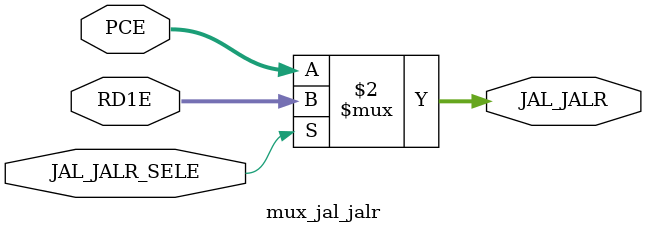
<source format=v>
module mux_jal_jalr #
(
	parameter WIDTH = 8
)
(
   input [WIDTH-1:0]  RD1E,
   input [WIDTH-1:0]  PCE,
   input              JAL_JALR_SELE,
   output [WIDTH-1:0] JAL_JALR
);
	assign JAL_JALR = ~JAL_JALR_SELE ?  PCE:RD1E;
endmodule
</source>
